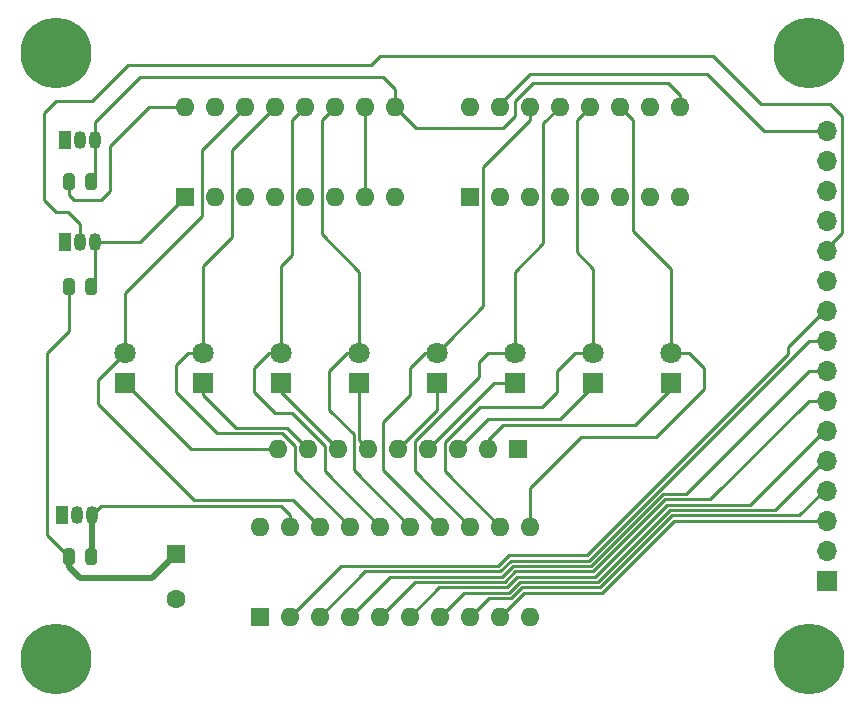
<source format=gbr>
%TF.GenerationSoftware,KiCad,Pcbnew,(5.1.10-1-10_14)*%
%TF.CreationDate,2021-07-27T09:10:43-04:00*%
%TF.ProjectId,COUNTER,434f554e-5445-4522-9e6b-696361645f70,rev?*%
%TF.SameCoordinates,Original*%
%TF.FileFunction,Copper,L1,Top*%
%TF.FilePolarity,Positive*%
%FSLAX46Y46*%
G04 Gerber Fmt 4.6, Leading zero omitted, Abs format (unit mm)*
G04 Created by KiCad (PCBNEW (5.1.10-1-10_14)) date 2021-07-27 09:10:43*
%MOMM*%
%LPD*%
G01*
G04 APERTURE LIST*
%TA.AperFunction,ComponentPad*%
%ADD10R,1.700000X1.700000*%
%TD*%
%TA.AperFunction,ComponentPad*%
%ADD11O,1.700000X1.700000*%
%TD*%
%TA.AperFunction,ComponentPad*%
%ADD12C,1.600000*%
%TD*%
%TA.AperFunction,ComponentPad*%
%ADD13R,1.600000X1.600000*%
%TD*%
%TA.AperFunction,ComponentPad*%
%ADD14R,1.050000X1.500000*%
%TD*%
%TA.AperFunction,ComponentPad*%
%ADD15O,1.050000X1.500000*%
%TD*%
%TA.AperFunction,ComponentPad*%
%ADD16O,1.600000X1.600000*%
%TD*%
%TA.AperFunction,ComponentPad*%
%ADD17C,1.800000*%
%TD*%
%TA.AperFunction,ComponentPad*%
%ADD18R,1.800000X1.800000*%
%TD*%
%TA.AperFunction,ComponentPad*%
%ADD19C,0.800000*%
%TD*%
%TA.AperFunction,ComponentPad*%
%ADD20C,6.000000*%
%TD*%
%TA.AperFunction,Conductor*%
%ADD21C,0.250000*%
%TD*%
%TA.AperFunction,Conductor*%
%ADD22C,0.500000*%
%TD*%
G04 APERTURE END LIST*
D10*
%TO.P,J22,1*%
%TO.N,VCC*%
X148145500Y-74104500D03*
D11*
%TO.P,J22,2*%
%TO.N,GND*%
X148145500Y-71564500D03*
%TO.P,J22,3*%
%TO.N,BUS_00*%
X148145500Y-69024500D03*
%TO.P,J22,4*%
%TO.N,BUS_01*%
X148145500Y-66484500D03*
%TO.P,J22,5*%
%TO.N,BUS_02*%
X148145500Y-63944500D03*
%TO.P,J22,6*%
%TO.N,BUS_03*%
X148145500Y-61404500D03*
%TO.P,J22,7*%
%TO.N,BUS_04*%
X148145500Y-58864500D03*
%TO.P,J22,8*%
%TO.N,BUS_05*%
X148145500Y-56324500D03*
%TO.P,J22,9*%
%TO.N,BUS_06*%
X148145500Y-53784500D03*
%TO.P,J22,10*%
%TO.N,BUS_07*%
X148145500Y-51244500D03*
%TO.P,J22,11*%
%TO.N,JUMP*%
X148145500Y-48704500D03*
%TO.P,J22,12*%
%TO.N,RESET*%
X148145500Y-46164500D03*
%TO.P,J22,13*%
%TO.N,CLOCK*%
X148145500Y-43624500D03*
%TO.P,J22,14*%
%TO.N,OE*%
X148145500Y-41084500D03*
%TO.P,J22,15*%
%TO.N,CE*%
X148145500Y-38544500D03*
%TO.P,J22,16*%
%TO.N,CARRY_OUT*%
X148145500Y-36004500D03*
%TD*%
D12*
%TO.P,C10,2*%
%TO.N,GND*%
X93027500Y-75618500D03*
D13*
%TO.P,C10,1*%
%TO.N,VCC*%
X93027500Y-71818500D03*
%TD*%
%TO.P,R3,2*%
%TO.N,VCC*%
%TA.AperFunction,SMDPad,CuDef*%
G36*
G01*
X84449500Y-48756250D02*
X84449500Y-49668750D01*
G75*
G02*
X84205750Y-49912500I-243750J0D01*
G01*
X83718250Y-49912500D01*
G75*
G02*
X83474500Y-49668750I0J243750D01*
G01*
X83474500Y-48756250D01*
G75*
G02*
X83718250Y-48512500I243750J0D01*
G01*
X84205750Y-48512500D01*
G75*
G02*
X84449500Y-48756250I0J-243750D01*
G01*
G37*
%TD.AperFunction*%
%TO.P,R3,1*%
%TO.N,!RESET*%
%TA.AperFunction,SMDPad,CuDef*%
G36*
G01*
X86324500Y-48756250D02*
X86324500Y-49668750D01*
G75*
G02*
X86080750Y-49912500I-243750J0D01*
G01*
X85593250Y-49912500D01*
G75*
G02*
X85349500Y-49668750I0J243750D01*
G01*
X85349500Y-48756250D01*
G75*
G02*
X85593250Y-48512500I243750J0D01*
G01*
X86080750Y-48512500D01*
G75*
G02*
X86324500Y-48756250I0J-243750D01*
G01*
G37*
%TD.AperFunction*%
%TD*%
D14*
%TO.P,Q3,1*%
%TO.N,GND*%
X83629500Y-45402500D03*
D15*
%TO.P,Q3,3*%
%TO.N,!RESET*%
X86169500Y-45402500D03*
%TO.P,Q3,2*%
%TO.N,RESET*%
X84899500Y-45402500D03*
%TD*%
%TO.P,R2,2*%
%TO.N,VCC*%
%TA.AperFunction,SMDPad,CuDef*%
G36*
G01*
X84449500Y-71616250D02*
X84449500Y-72528750D01*
G75*
G02*
X84205750Y-72772500I-243750J0D01*
G01*
X83718250Y-72772500D01*
G75*
G02*
X83474500Y-72528750I0J243750D01*
G01*
X83474500Y-71616250D01*
G75*
G02*
X83718250Y-71372500I243750J0D01*
G01*
X84205750Y-71372500D01*
G75*
G02*
X84449500Y-71616250I0J-243750D01*
G01*
G37*
%TD.AperFunction*%
%TO.P,R2,1*%
%TO.N,!OE*%
%TA.AperFunction,SMDPad,CuDef*%
G36*
G01*
X86324500Y-71616250D02*
X86324500Y-72528750D01*
G75*
G02*
X86080750Y-72772500I-243750J0D01*
G01*
X85593250Y-72772500D01*
G75*
G02*
X85349500Y-72528750I0J243750D01*
G01*
X85349500Y-71616250D01*
G75*
G02*
X85593250Y-71372500I243750J0D01*
G01*
X86080750Y-71372500D01*
G75*
G02*
X86324500Y-71616250I0J-243750D01*
G01*
G37*
%TD.AperFunction*%
%TD*%
D14*
%TO.P,Q2,1*%
%TO.N,GND*%
X83375500Y-68516500D03*
D15*
%TO.P,Q2,3*%
%TO.N,!OE*%
X85915500Y-68516500D03*
%TO.P,Q2,2*%
%TO.N,OE*%
X84645500Y-68516500D03*
%TD*%
%TO.P,R1,2*%
%TO.N,VCC*%
%TA.AperFunction,SMDPad,CuDef*%
G36*
G01*
X84449500Y-39866250D02*
X84449500Y-40778750D01*
G75*
G02*
X84205750Y-41022500I-243750J0D01*
G01*
X83718250Y-41022500D01*
G75*
G02*
X83474500Y-40778750I0J243750D01*
G01*
X83474500Y-39866250D01*
G75*
G02*
X83718250Y-39622500I243750J0D01*
G01*
X84205750Y-39622500D01*
G75*
G02*
X84449500Y-39866250I0J-243750D01*
G01*
G37*
%TD.AperFunction*%
%TO.P,R1,1*%
%TO.N,!JUMP*%
%TA.AperFunction,SMDPad,CuDef*%
G36*
G01*
X86324500Y-39866250D02*
X86324500Y-40778750D01*
G75*
G02*
X86080750Y-41022500I-243750J0D01*
G01*
X85593250Y-41022500D01*
G75*
G02*
X85349500Y-40778750I0J243750D01*
G01*
X85349500Y-39866250D01*
G75*
G02*
X85593250Y-39622500I243750J0D01*
G01*
X86080750Y-39622500D01*
G75*
G02*
X86324500Y-39866250I0J-243750D01*
G01*
G37*
%TD.AperFunction*%
%TD*%
D14*
%TO.P,Q1,1*%
%TO.N,GND*%
X83629500Y-36766500D03*
D15*
%TO.P,Q1,3*%
%TO.N,!JUMP*%
X86169500Y-36766500D03*
%TO.P,Q1,2*%
%TO.N,JUMP*%
X84899500Y-36766500D03*
%TD*%
D16*
%TO.P,RN1,9*%
%TO.N,Net-(D1-Pad1)*%
X101663500Y-62928500D03*
%TO.P,RN1,8*%
%TO.N,Net-(D2-Pad1)*%
X104203500Y-62928500D03*
%TO.P,RN1,7*%
%TO.N,Net-(D3-Pad1)*%
X106743500Y-62928500D03*
%TO.P,RN1,6*%
%TO.N,Net-(D4-Pad1)*%
X109283500Y-62928500D03*
%TO.P,RN1,5*%
%TO.N,Net-(D5-Pad1)*%
X111823500Y-62928500D03*
%TO.P,RN1,4*%
%TO.N,Net-(D6-Pad1)*%
X114363500Y-62928500D03*
%TO.P,RN1,3*%
%TO.N,Net-(D7-Pad1)*%
X116903500Y-62928500D03*
%TO.P,RN1,2*%
%TO.N,Net-(D8-Pad1)*%
X119443500Y-62928500D03*
D13*
%TO.P,RN1,1*%
%TO.N,GND*%
X121983500Y-62928500D03*
%TD*%
D17*
%TO.P,D8,2*%
%TO.N,B7*%
X134937500Y-54800500D03*
D18*
%TO.P,D8,1*%
%TO.N,Net-(D8-Pad1)*%
X134937500Y-57340500D03*
%TD*%
D17*
%TO.P,D7,2*%
%TO.N,B6*%
X128333500Y-54800500D03*
D18*
%TO.P,D7,1*%
%TO.N,Net-(D7-Pad1)*%
X128333500Y-57340500D03*
%TD*%
D17*
%TO.P,D6,2*%
%TO.N,B5*%
X121729500Y-54800500D03*
D18*
%TO.P,D6,1*%
%TO.N,Net-(D6-Pad1)*%
X121729500Y-57340500D03*
%TD*%
D17*
%TO.P,D5,2*%
%TO.N,B4*%
X115125500Y-54800500D03*
D18*
%TO.P,D5,1*%
%TO.N,Net-(D5-Pad1)*%
X115125500Y-57340500D03*
%TD*%
D17*
%TO.P,D4,2*%
%TO.N,B3*%
X108521500Y-54800500D03*
D18*
%TO.P,D4,1*%
%TO.N,Net-(D4-Pad1)*%
X108521500Y-57340500D03*
%TD*%
D17*
%TO.P,D3,2*%
%TO.N,B2*%
X101917500Y-54800500D03*
D18*
%TO.P,D3,1*%
%TO.N,Net-(D3-Pad1)*%
X101917500Y-57340500D03*
%TD*%
D17*
%TO.P,D2,2*%
%TO.N,B1*%
X95313500Y-54800500D03*
D18*
%TO.P,D2,1*%
%TO.N,Net-(D2-Pad1)*%
X95313500Y-57340500D03*
%TD*%
D17*
%TO.P,D1,2*%
%TO.N,B0*%
X88709500Y-54800500D03*
D18*
%TO.P,D1,1*%
%TO.N,Net-(D1-Pad1)*%
X88709500Y-57340500D03*
%TD*%
D19*
%TO.P,REF\u002A\u002A,1*%
%TO.N,N/C*%
X84458490Y-79117510D03*
X82867500Y-78458500D03*
X81276510Y-79117510D03*
X80617500Y-80708500D03*
X81276510Y-82299490D03*
X82867500Y-82958500D03*
X84458490Y-82299490D03*
X85117500Y-80708500D03*
D20*
X82867500Y-80708500D03*
%TD*%
%TO.P,REF\u002A\u002A,1*%
%TO.N,N/C*%
X82867500Y-29400500D03*
D19*
X85117500Y-29400500D03*
X84458490Y-30991490D03*
X82867500Y-31650500D03*
X81276510Y-30991490D03*
X80617500Y-29400500D03*
X81276510Y-27809510D03*
X82867500Y-27150500D03*
X84458490Y-27809510D03*
%TD*%
D20*
%TO.P,REF\u002A\u002A,1*%
%TO.N,N/C*%
X146621500Y-80708500D03*
D19*
X148871500Y-80708500D03*
X148212490Y-82299490D03*
X146621500Y-82958500D03*
X145030510Y-82299490D03*
X144371500Y-80708500D03*
X145030510Y-79117510D03*
X146621500Y-78458500D03*
X148212490Y-79117510D03*
%TD*%
%TO.P,REF\u002A\u002A,1*%
%TO.N,N/C*%
X148212490Y-27809510D03*
X146621500Y-27150500D03*
X145030510Y-27809510D03*
X144371500Y-29400500D03*
X145030510Y-30991490D03*
X146621500Y-31650500D03*
X148212490Y-30991490D03*
X148871500Y-29400500D03*
D20*
X146621500Y-29400500D03*
%TD*%
D16*
%TO.P,U14,16*%
%TO.N,VCC*%
X93789500Y-33972500D03*
%TO.P,U14,8*%
%TO.N,GND*%
X111569500Y-41592500D03*
%TO.P,U14,15*%
%TO.N,Net-(U12-Pad10)*%
X96329500Y-33972500D03*
%TO.P,U14,7*%
%TO.N,CE*%
X109029500Y-41592500D03*
%TO.P,U14,14*%
%TO.N,B0*%
X98869500Y-33972500D03*
%TO.P,U14,6*%
%TO.N,BUS_03*%
X106489500Y-41592500D03*
%TO.P,U14,13*%
%TO.N,B1*%
X101409500Y-33972500D03*
%TO.P,U14,5*%
%TO.N,BUS_02*%
X103949500Y-41592500D03*
%TO.P,U14,12*%
%TO.N,B2*%
X103949500Y-33972500D03*
%TO.P,U14,4*%
%TO.N,BUS_01*%
X101409500Y-41592500D03*
%TO.P,U14,11*%
%TO.N,B3*%
X106489500Y-33972500D03*
%TO.P,U14,3*%
%TO.N,BUS_00*%
X98869500Y-41592500D03*
%TO.P,U14,10*%
%TO.N,CE*%
X109029500Y-33972500D03*
%TO.P,U14,2*%
%TO.N,CLOCK*%
X96329500Y-41592500D03*
%TO.P,U14,9*%
%TO.N,!JUMP*%
X111569500Y-33972500D03*
D13*
%TO.P,U14,1*%
%TO.N,!RESET*%
X93789500Y-41592500D03*
%TD*%
D16*
%TO.P,U47,20*%
%TO.N,VCC*%
X100139500Y-69532500D03*
%TO.P,U47,10*%
%TO.N,GND*%
X122999500Y-77152500D03*
%TO.P,U47,19*%
%TO.N,!OE*%
X102679500Y-69532500D03*
%TO.P,U47,9*%
%TO.N,BUS_00*%
X120459500Y-77152500D03*
%TO.P,U47,18*%
%TO.N,B0*%
X105219500Y-69532500D03*
%TO.P,U47,8*%
%TO.N,BUS_01*%
X117919500Y-77152500D03*
%TO.P,U47,17*%
%TO.N,B1*%
X107759500Y-69532500D03*
%TO.P,U47,7*%
%TO.N,BUS_02*%
X115379500Y-77152500D03*
%TO.P,U47,16*%
%TO.N,B2*%
X110299500Y-69532500D03*
%TO.P,U47,6*%
%TO.N,BUS_03*%
X112839500Y-77152500D03*
%TO.P,U47,15*%
%TO.N,B3*%
X112839500Y-69532500D03*
%TO.P,U47,5*%
%TO.N,BUS_04*%
X110299500Y-77152500D03*
%TO.P,U47,14*%
%TO.N,B4*%
X115379500Y-69532500D03*
%TO.P,U47,4*%
%TO.N,BUS_05*%
X107759500Y-77152500D03*
%TO.P,U47,13*%
%TO.N,B5*%
X117919500Y-69532500D03*
%TO.P,U47,3*%
%TO.N,BUS_06*%
X105219500Y-77152500D03*
%TO.P,U47,12*%
%TO.N,B6*%
X120459500Y-69532500D03*
%TO.P,U47,2*%
%TO.N,BUS_07*%
X102679500Y-77152500D03*
%TO.P,U47,11*%
%TO.N,B7*%
X122999500Y-69532500D03*
D13*
%TO.P,U47,1*%
%TO.N,GND*%
X100139500Y-77152500D03*
%TD*%
D16*
%TO.P,U12,16*%
%TO.N,VCC*%
X117919500Y-33972500D03*
%TO.P,U12,8*%
%TO.N,GND*%
X135699500Y-41592500D03*
%TO.P,U12,15*%
%TO.N,CARRY_OUT*%
X120459500Y-33972500D03*
%TO.P,U12,7*%
%TO.N,VCC*%
X133159500Y-41592500D03*
%TO.P,U12,14*%
%TO.N,B4*%
X122999500Y-33972500D03*
%TO.P,U12,6*%
%TO.N,BUS_07*%
X130619500Y-41592500D03*
%TO.P,U12,13*%
%TO.N,B5*%
X125539500Y-33972500D03*
%TO.P,U12,5*%
%TO.N,BUS_06*%
X128079500Y-41592500D03*
%TO.P,U12,12*%
%TO.N,B6*%
X128079500Y-33972500D03*
%TO.P,U12,4*%
%TO.N,BUS_05*%
X125539500Y-41592500D03*
%TO.P,U12,11*%
%TO.N,B7*%
X130619500Y-33972500D03*
%TO.P,U12,3*%
%TO.N,BUS_04*%
X122999500Y-41592500D03*
%TO.P,U12,10*%
%TO.N,Net-(U12-Pad10)*%
X133159500Y-33972500D03*
%TO.P,U12,2*%
%TO.N,CLOCK*%
X120459500Y-41592500D03*
%TO.P,U12,9*%
%TO.N,!JUMP*%
X135699500Y-33972500D03*
D13*
%TO.P,U12,1*%
%TO.N,!RESET*%
X117919500Y-41592500D03*
%TD*%
D21*
%TO.N,VCC*%
X93789500Y-33972500D02*
X90741500Y-33972500D01*
X90741500Y-33972500D02*
X87439500Y-37274500D01*
X87439500Y-37274500D02*
X87439500Y-41084500D01*
X87439500Y-41084500D02*
X86677500Y-41846500D01*
X86677500Y-41846500D02*
X84391500Y-41846500D01*
X83962000Y-41417000D02*
X83962000Y-40322500D01*
X84391500Y-41846500D02*
X83962000Y-41417000D01*
D22*
X83962000Y-72072500D02*
X83962000Y-72913000D01*
X83962000Y-72913000D02*
X84899500Y-73850500D01*
D21*
X83962000Y-52944000D02*
X83962000Y-49212500D01*
X82105500Y-54800500D02*
X83962000Y-52944000D01*
X82105500Y-70216000D02*
X82105500Y-54800500D01*
X83962000Y-72072500D02*
X82105500Y-70216000D01*
D22*
X90995500Y-73850500D02*
X93027500Y-71818500D01*
X84899500Y-73850500D02*
X90995500Y-73850500D01*
D21*
%TO.N,CE*%
X109029500Y-33972500D02*
X109029500Y-41592500D01*
%TO.N,RESET*%
X147891500Y-46164500D02*
X149415500Y-44640500D01*
X149415500Y-44640500D02*
X149415500Y-34734500D01*
X149415500Y-34734500D02*
X148399500Y-33718500D01*
X148399500Y-33718500D02*
X142557500Y-33718500D01*
X142557500Y-33718500D02*
X138493500Y-29654500D01*
X110299500Y-29654500D02*
X109537500Y-30416500D01*
X138493500Y-29654500D02*
X110299500Y-29654500D01*
X109537500Y-30416500D02*
X88963500Y-30416500D01*
X88963500Y-30416500D02*
X85915500Y-33464500D01*
X85915500Y-33464500D02*
X82867500Y-33464500D01*
X82867500Y-33464500D02*
X81851500Y-34480500D01*
X81851500Y-34480500D02*
X81851500Y-41846500D01*
X81851500Y-41846500D02*
X82867500Y-42862500D01*
X82867500Y-42862500D02*
X83883500Y-42862500D01*
X84899500Y-43878500D02*
X84899500Y-45402500D01*
X83883500Y-42862500D02*
X84899500Y-43878500D01*
%TO.N,!JUMP*%
X134683500Y-31940500D02*
X135699500Y-32956500D01*
X123253500Y-31940500D02*
X134683500Y-31940500D01*
X121729500Y-33464500D02*
X123253500Y-31940500D01*
X120713500Y-35750500D02*
X121729500Y-34734500D01*
X113347500Y-35750500D02*
X120713500Y-35750500D01*
X135699500Y-32956500D02*
X135699500Y-33972500D01*
X121729500Y-34734500D02*
X121729500Y-33464500D01*
X111569500Y-33972500D02*
X113347500Y-35750500D01*
%TO.N,B0*%
X95204499Y-37637501D02*
X95204499Y-43225501D01*
X98869500Y-33972500D02*
X95204499Y-37637501D01*
X88709500Y-49720500D02*
X88709500Y-54800500D01*
X95204499Y-43225501D02*
X88709500Y-49720500D01*
X105219500Y-69532500D02*
X102933500Y-67246500D01*
X102933500Y-67246500D02*
X94551500Y-67246500D01*
X94551500Y-67246500D02*
X86423500Y-59118500D01*
X86423500Y-57086500D02*
X88709500Y-54800500D01*
X86423500Y-59118500D02*
X86423500Y-57086500D01*
%TO.N,B1*%
X97744499Y-37637501D02*
X97744499Y-45003501D01*
X101409500Y-33972500D02*
X97744499Y-37637501D01*
X95313500Y-47434500D02*
X95313500Y-54800500D01*
X97744499Y-45003501D02*
X95313500Y-47434500D01*
X103078499Y-62678497D02*
X102000512Y-61600510D01*
X102000512Y-61600510D02*
X96525510Y-61600510D01*
X103078499Y-64851499D02*
X103078499Y-62678497D01*
X107759500Y-69532500D02*
X103078499Y-64851499D01*
X96525510Y-61600510D02*
X93027500Y-58102500D01*
X93027500Y-58102500D02*
X93027500Y-55816500D01*
X94043500Y-54800500D02*
X95313500Y-54800500D01*
X93027500Y-55816500D02*
X94043500Y-54800500D01*
%TO.N,B2*%
X102824499Y-35097501D02*
X102824499Y-46527501D01*
X103949500Y-33972500D02*
X102824499Y-35097501D01*
X101917500Y-47434500D02*
X101917500Y-54800500D01*
X102824499Y-46527501D02*
X101917500Y-47434500D01*
X105618499Y-62678497D02*
X102820502Y-59880500D01*
X105618499Y-64851499D02*
X105618499Y-62678497D01*
X110299500Y-69532500D02*
X105618499Y-64851499D01*
X102820502Y-59880500D02*
X101409500Y-59880500D01*
X101409500Y-59880500D02*
X99631500Y-58102500D01*
X99631500Y-58102500D02*
X99631500Y-56070500D01*
X100901500Y-54800500D02*
X101917500Y-54800500D01*
X99631500Y-56070500D02*
X100901500Y-54800500D01*
%TO.N,B3*%
X105364499Y-35097501D02*
X105364499Y-44785499D01*
X106489500Y-33972500D02*
X105364499Y-35097501D01*
X108521500Y-47942500D02*
X108521500Y-54800500D01*
X105364499Y-44785499D02*
X108521500Y-47942500D01*
X108071491Y-64764491D02*
X108071491Y-61716491D01*
X112839500Y-69532500D02*
X108071491Y-64764491D01*
X108071491Y-61716491D02*
X105981500Y-59626500D01*
X105981500Y-59626500D02*
X105981500Y-56324500D01*
X107505500Y-54800500D02*
X108521500Y-54800500D01*
X105981500Y-56324500D02*
X107505500Y-54800500D01*
%TO.N,B4*%
X112839500Y-58356500D02*
X112839500Y-56070500D01*
X112839500Y-56070500D02*
X114109500Y-54800500D01*
X110553500Y-64706500D02*
X110553500Y-60642500D01*
X110553500Y-60642500D02*
X112839500Y-58356500D01*
X114109500Y-54800500D02*
X115125500Y-54800500D01*
X115379500Y-69532500D02*
X110553500Y-64706500D01*
X122999500Y-33972500D02*
X122999500Y-35103870D01*
X119044501Y-50881499D02*
X116025499Y-53900501D01*
X122999500Y-35103870D02*
X119044501Y-39058869D01*
X119044501Y-39058869D02*
X119044501Y-50881499D01*
X116025499Y-53900501D02*
X115125500Y-54800500D01*
%TO.N,B5*%
X124124501Y-35387499D02*
X124124501Y-45547499D01*
X125539500Y-33972500D02*
X124124501Y-35387499D01*
X121729500Y-47942500D02*
X121729500Y-54800500D01*
X124124501Y-45547499D02*
X121729500Y-47942500D01*
X113238499Y-64851499D02*
X113238499Y-62275501D01*
X117919500Y-69532500D02*
X113238499Y-64851499D01*
X113238499Y-62275501D02*
X118681500Y-56832500D01*
X118681500Y-56832500D02*
X118681500Y-55562500D01*
X119443500Y-54800500D02*
X121729500Y-54800500D01*
X118681500Y-55562500D02*
X119443500Y-54800500D01*
%TO.N,B6*%
X126954499Y-35097501D02*
X126954499Y-46309499D01*
X128079500Y-33972500D02*
X126954499Y-35097501D01*
X128333500Y-47688500D02*
X128333500Y-54800500D01*
X126954499Y-46309499D02*
X128333500Y-47688500D01*
X126809500Y-54800500D02*
X128333500Y-54800500D01*
X125285500Y-56324500D02*
X126809500Y-54800500D01*
X125285500Y-58102500D02*
X125285500Y-56324500D01*
X124015500Y-59372500D02*
X125285500Y-58102500D01*
X120459500Y-69532500D02*
X115778499Y-64851499D01*
X115778499Y-62388499D02*
X118794498Y-59372500D01*
X115778499Y-64851499D02*
X115778499Y-62388499D01*
X118794498Y-59372500D02*
X124015500Y-59372500D01*
%TO.N,B7*%
X131744501Y-35097501D02*
X131744501Y-44495501D01*
X130619500Y-33972500D02*
X131744501Y-35097501D01*
X134937500Y-47688500D02*
X134937500Y-54800500D01*
X131744501Y-44495501D02*
X134937500Y-47688500D01*
X122999500Y-69532500D02*
X122999500Y-66230500D01*
X122999500Y-66230500D02*
X127317500Y-61912500D01*
X127317500Y-61912500D02*
X133667500Y-61912500D01*
X133667500Y-61912500D02*
X137731500Y-57848500D01*
X137731500Y-57848500D02*
X137731500Y-56070500D01*
X136461500Y-54800500D02*
X134937500Y-54800500D01*
X137731500Y-56070500D02*
X136461500Y-54800500D01*
%TO.N,CARRY_OUT*%
X137985500Y-31178500D02*
X122999500Y-31178500D01*
X120459500Y-33718500D02*
X120459500Y-33972500D01*
X147891500Y-36004500D02*
X144081500Y-36004500D01*
X122999500Y-31178500D02*
X120459500Y-33718500D01*
X142811500Y-36004500D02*
X137985500Y-31178500D01*
X142811500Y-36004500D02*
X144081500Y-36004500D01*
%TO.N,BUS_07*%
X146113500Y-53022500D02*
X147891500Y-51244500D01*
X133886700Y-65874423D02*
X133895167Y-65874423D01*
X127790701Y-71970423D02*
X133886700Y-65874423D01*
X121186700Y-71970423D02*
X127790701Y-71970423D01*
X144843500Y-54926090D02*
X144843500Y-54292500D01*
X120279701Y-72877422D02*
X121186700Y-71970423D01*
X144843500Y-54292500D02*
X146113500Y-53022500D01*
X106954578Y-72877422D02*
X120279701Y-72877422D01*
X133895167Y-65874423D02*
X144843500Y-54926090D01*
X102679500Y-77152500D02*
X106954578Y-72877422D01*
%TO.N,BUS_06*%
X134073100Y-66324434D02*
X134081566Y-66324434D01*
X134081566Y-66324434D02*
X146621500Y-53784500D01*
X127977101Y-72420434D02*
X134073100Y-66324434D01*
X121373100Y-72420434D02*
X127977101Y-72420434D01*
X120466101Y-73327433D02*
X121373100Y-72420434D01*
X109044567Y-73327433D02*
X120466101Y-73327433D01*
X146621500Y-53784500D02*
X147891500Y-53784500D01*
X105219500Y-77152500D02*
X109044567Y-73327433D01*
%TO.N,BUS_05*%
X146621500Y-56324500D02*
X147891500Y-56324500D01*
X136171555Y-66774445D02*
X146621500Y-56324500D01*
X134259500Y-66774445D02*
X136171555Y-66774445D01*
X128163501Y-72870445D02*
X134259500Y-66774445D01*
X107759500Y-77152500D02*
X111134556Y-73777444D01*
X121559500Y-72870445D02*
X128163501Y-72870445D01*
X120652501Y-73777444D02*
X121559500Y-72870445D01*
X111134556Y-73777444D02*
X120652501Y-73777444D01*
%TO.N,BUS_04*%
X134445900Y-67224456D02*
X138261544Y-67224456D01*
X121745900Y-73320456D02*
X128349901Y-73320456D01*
X146621500Y-58864500D02*
X147891500Y-58864500D01*
X138261544Y-67224456D02*
X146621500Y-58864500D01*
X128349901Y-73320456D02*
X134445900Y-67224456D01*
X120838901Y-74227455D02*
X121745900Y-73320456D01*
X113224545Y-74227455D02*
X120838901Y-74227455D01*
X110299500Y-77152500D02*
X113224545Y-74227455D01*
%TO.N,BUS_03*%
X134632300Y-67674467D02*
X141621533Y-67674467D01*
X128536301Y-73770467D02*
X134632300Y-67674467D01*
X121932300Y-73770467D02*
X128536301Y-73770467D01*
X141621533Y-67674467D02*
X147891500Y-61404500D01*
X121025301Y-74677466D02*
X121932300Y-73770467D01*
X115314534Y-74677466D02*
X121025301Y-74677466D01*
X112839500Y-77152500D02*
X115314534Y-74677466D01*
%TO.N,BUS_02*%
X134818700Y-68124478D02*
X143711522Y-68124478D01*
X128722701Y-74220478D02*
X134818700Y-68124478D01*
X143711522Y-68124478D02*
X147891500Y-63944500D01*
X121211701Y-75127477D02*
X122118700Y-74220478D01*
X117404523Y-75127477D02*
X121211701Y-75127477D01*
X122118700Y-74220478D02*
X128722701Y-74220478D01*
X115379500Y-77152500D02*
X117404523Y-75127477D01*
%TO.N,BUS_01*%
X145801511Y-68574489D02*
X147891500Y-66484500D01*
X135005100Y-68574489D02*
X145801511Y-68574489D01*
X117919500Y-77152500D02*
X119494512Y-75577488D01*
X121398101Y-75577488D02*
X122305100Y-74670489D01*
X128909101Y-74670489D02*
X135005100Y-68574489D01*
X122305100Y-74670489D02*
X128909101Y-74670489D01*
X119494512Y-75577488D02*
X121398101Y-75577488D01*
%TO.N,BUS_00*%
X122491500Y-75120500D02*
X120459500Y-77152500D01*
X129095500Y-75120500D02*
X122491500Y-75120500D01*
X135191500Y-69024500D02*
X129095500Y-75120500D01*
X146621500Y-69024500D02*
X135191500Y-69024500D01*
X146621500Y-69024500D02*
X147891500Y-69024500D01*
%TO.N,Net-(D1-Pad1)*%
X94297500Y-62928500D02*
X101663500Y-62928500D01*
X88709500Y-57340500D02*
X94297500Y-62928500D01*
%TO.N,Net-(D2-Pad1)*%
X95313500Y-57340500D02*
X95313500Y-58356500D01*
X95313500Y-58356500D02*
X98107500Y-61150500D01*
X102425500Y-61150500D02*
X104203500Y-62928500D01*
X98107500Y-61150500D02*
X102425500Y-61150500D01*
%TO.N,Net-(D3-Pad1)*%
X101917500Y-58102500D02*
X106743500Y-62928500D01*
X101917500Y-57340500D02*
X101917500Y-58102500D01*
%TO.N,Net-(D4-Pad1)*%
X108521500Y-62166500D02*
X109283500Y-62928500D01*
X108521500Y-57340500D02*
X108521500Y-62166500D01*
%TO.N,Net-(D5-Pad1)*%
X115125500Y-59626500D02*
X111823500Y-62928500D01*
X115125500Y-57340500D02*
X115125500Y-59626500D01*
%TO.N,Net-(D6-Pad1)*%
X119951500Y-57340500D02*
X114363500Y-62928500D01*
X121729500Y-57340500D02*
X119951500Y-57340500D01*
%TO.N,Net-(D7-Pad1)*%
X128333500Y-57340500D02*
X128333500Y-57594500D01*
X128333500Y-57594500D02*
X125539500Y-60388500D01*
X119443500Y-60388500D02*
X116903500Y-62928500D01*
X125539500Y-60388500D02*
X119443500Y-60388500D01*
%TO.N,Net-(D8-Pad1)*%
X119443500Y-62166500D02*
X119443500Y-62928500D01*
X120713500Y-60896500D02*
X119443500Y-62166500D01*
X131889500Y-60896500D02*
X120713500Y-60896500D01*
X134937500Y-57848500D02*
X131889500Y-60896500D01*
X134937500Y-57340500D02*
X134937500Y-57848500D01*
%TO.N,!JUMP*%
X86169500Y-36766500D02*
X86169500Y-35242500D01*
X86169500Y-35242500D02*
X89979500Y-31432500D01*
X89979500Y-31432500D02*
X110553500Y-31432500D01*
X111569500Y-32448500D02*
X111569500Y-33972500D01*
X110553500Y-31432500D02*
X111569500Y-32448500D01*
X86169500Y-39990000D02*
X85837000Y-40322500D01*
X86169500Y-36766500D02*
X86169500Y-39990000D01*
D22*
%TO.N,!OE*%
X85915500Y-71994000D02*
X85837000Y-72072500D01*
X85915500Y-68516500D02*
X85915500Y-71994000D01*
D21*
X102679500Y-69532500D02*
X102679500Y-68516500D01*
X102679500Y-68516500D02*
X101917500Y-67754500D01*
X86677500Y-67754500D02*
X85915500Y-68516500D01*
X101917500Y-67754500D02*
X86677500Y-67754500D01*
%TO.N,!RESET*%
X86169500Y-48880000D02*
X85837000Y-49212500D01*
X86169500Y-45402500D02*
X86169500Y-48880000D01*
X89979500Y-45402500D02*
X93789500Y-41592500D01*
X86169500Y-45402500D02*
X89979500Y-45402500D01*
%TD*%
M02*

</source>
